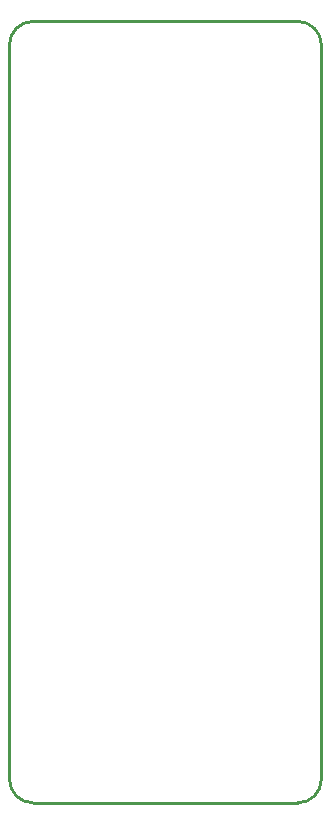
<source format=gko>
G04 Layer: BoardOutline*
G04 EasyEDA v6.3.22, 2020-02-26T16:32:33+01:00*
G04 ac0fba72113b465c8b3373fc4e38c277,2f1dc3ff27c442d188d0821d71f234e9,10*
G04 Gerber Generator version 0.2*
G04 Scale: 100 percent, Rotated: No, Reflected: No *
G04 Dimensions in millimeters *
G04 leading zeros omitted , absolute positions ,3 integer and 3 decimal *
%FSLAX33Y33*%
%MOMM*%
G90*
G71D02*

%ADD10C,0.254000*%
G54D10*
G01X0Y1999D02*
G01X0Y64167D01*
G01X24416Y0D02*
G01X1999Y0D01*
G01X26416Y64167D02*
G01X26416Y1999D01*
G01X1999Y66167D02*
G01X24416Y66167D01*
G75*
G01X0Y64167D02*
G02X2000Y66167I2000J0D01*
G01*
G75*
G01X2000Y0D02*
G02X0Y2000I0J2000D01*
G01*
G75*
G01X26416Y2000D02*
G02X24416Y0I-2000J0D01*
G01*
G75*
G01X24416Y66167D02*
G02X26416Y64167I0J-2000D01*
G01*

%LPD*%
M00*
M02*

</source>
